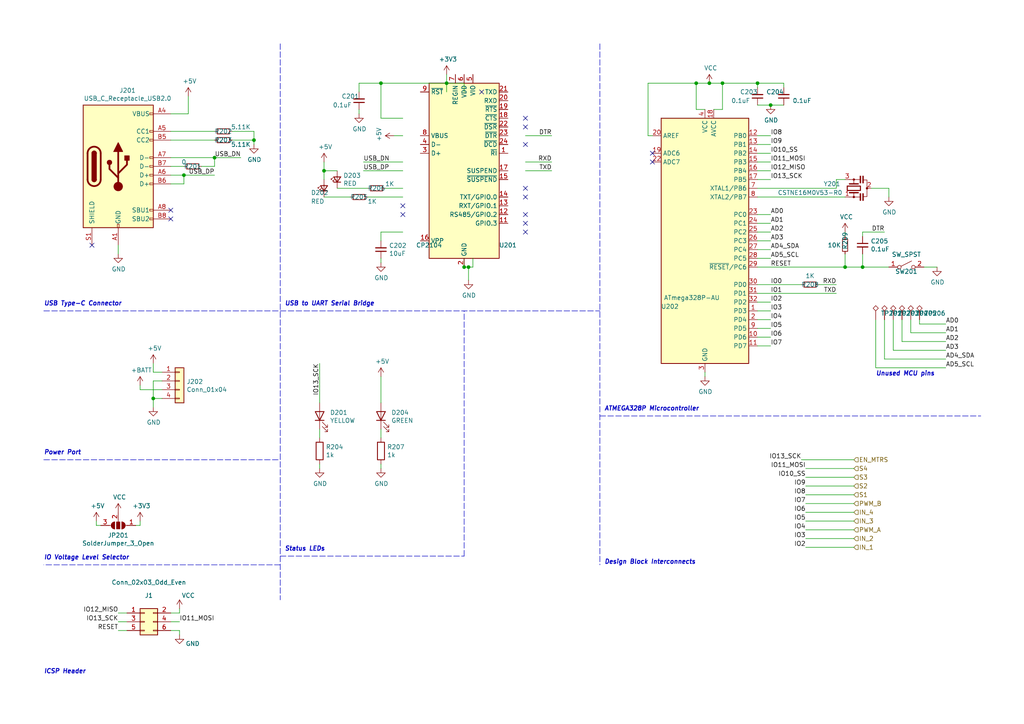
<source format=kicad_sch>
(kicad_sch (version 20211123) (generator eeschema)
  (paper "A4")
  (title_block (title "Microcontroller Board") (rev "0.1"))
  (lib_symbols
    (symbol "Connector:TestPoint_Alt" (pin_numbers hide) (pin_names (offset 0.762) hide)
      (property "Reference" "TP" (at 0 6.858 0))
      (property "Value" "TestPoint_Alt" (at 0 5.08 0))
      (symbol "TestPoint_Alt_0_1"
        (polyline (pts (xy 0 2.54) (xy -0.762 3.302) (xy 0 4.064) (xy 0.762 3.302) (xy 0 2.54)))
      )
      (symbol "TestPoint_Alt_1_1"
        (pin passive line (at 0 0 90) (length 2.54) (name "1") (number "1"))
      )
    )
    (symbol "Connector:USB_C_Receptacle_USB2.0" (pin_names (offset 1.016))
      (property "Reference" "J" (at -10.16 19.05 0))
      (property "Value" "USB_C_Receptacle_USB2.0" (at 19.05 19.05 0))
      (symbol "USB_C_Receptacle_USB2.0_0_0"
        (rectangle (start -0.254 -17.78) (end 0.254 -16.764))
        (rectangle (start 10.16 -14.986) (end 9.144 -15.494))
        (rectangle (start 10.16 -12.446) (end 9.144 -12.954))
        (rectangle (start 10.16 -4.826) (end 9.144 -5.334))
        (rectangle (start 10.16 -2.286) (end 9.144 -2.794))
        (rectangle (start 10.16 0.254) (end 9.144 -0.254))
        (rectangle (start 10.16 2.794) (end 9.144 2.286))
        (rectangle (start 10.16 7.874) (end 9.144 7.366))
        (rectangle (start 10.16 10.414) (end 9.144 9.906))
        (rectangle (start 10.16 15.494) (end 9.144 14.986))
      )
      (symbol "USB_C_Receptacle_USB2.0_0_1"
        (rectangle (start -10.16 17.78) (end 10.16 -17.78) (stroke (width 0.254)) (fill (type background)))
        (arc (start -8.89 -3.81) (mid -6.985 -5.715) (end -5.08 -3.81) (stroke (width 0.508)))
        (arc (start -7.62 -3.81) (mid -6.985 -4.445) (end -6.35 -3.81) (stroke (width 0.254)))
        (arc (start -7.62 -3.81) (mid -6.985 -4.445) (end -6.35 -3.81) (stroke (width 0.254)) (fill (type outline)))
        (rectangle (start -7.62 -3.81) (end -6.35 3.81) (stroke (width 0.254)) (fill (type outline)))
        (arc (start -6.35 3.81) (mid -6.985 4.445) (end -7.62 3.81) (stroke (width 0.254)))
        (arc (start -6.35 3.81) (mid -6.985 4.445) (end -7.62 3.81) (stroke (width 0.254)) (fill (type outline)))
        (arc (start -5.08 3.81) (mid -6.985 5.715) (end -8.89 3.81) (stroke (width 0.508)))
        (circle (center -2.54 1.143) (radius 0.635) (stroke (width 0.254)) (fill (type outline)))
        (circle (center 0 -5.842) (radius 1.27) (fill (type outline)))
        (polyline (pts (xy -8.89 -3.81) (xy -8.89 3.81)) (stroke (width 0.508)))
        (polyline (pts (xy -5.08 3.81) (xy -5.08 -3.81)) (stroke (width 0.508)))
        (polyline (pts (xy 0 -5.842) (xy 0 4.318)) (stroke (width 0.508)))
        (polyline (pts (xy 0 -3.302) (xy -2.54 -0.762) (xy -2.54 0.508)) (stroke (width 0.508)))
        (polyline (pts (xy 0 -2.032) (xy 2.54 0.508) (xy 2.54 1.778)) (stroke (width 0.508)))
        (polyline (pts (xy -1.27 4.318) (xy 0 6.858) (xy 1.27 4.318) (xy -1.27 4.318)) (stroke (width 0.254)) (fill (type outline)))
        (rectangle (start 1.905 1.778) (end 3.175 3.048) (stroke (width 0.254)) (fill (type outline)))
      )
      (symbol "USB_C_Receptacle_USB2.0_1_1"
        (pin passive line (at 0 -22.86 90) (length 5.08) (name "GND") (number "A1"))
        (pin passive line (at 0 -22.86 90) (length 5.08) hide (name "GND") (number "A12"))
        (pin passive line (at 15.24 15.24 180) (length 5.08) (name "VBUS") (number "A4"))
        (pin bidirectional line (at 15.24 10.16 180) (length 5.08) (name "CC1") (number "A5"))
        (pin bidirectional line (at 15.24 -2.54 180) (length 5.08) (name "D+") (number "A6"))
        (pin bidirectional line (at 15.24 2.54 180) (length 5.08) (name "D-") (number "A7"))
        (pin bidirectional line (at 15.24 -12.7 180) (length 5.08) (name "SBU1") (number "A8"))
        (pin passive line (at 15.24 15.24 180) (length 5.08) hide (name "VBUS") (number "A9"))
        (pin passive line (at 0 -22.86 90) (length 5.08) hide (name "GND") (number "B1"))
        (pin passive line (at 0 -22.86 90) (length 5.08) hide (name "GND") (number "B12"))
        (pin passive line (at 15.24 15.24 180) (length 5.08) hide (name "VBUS") (number "B4"))
        (pin bidirectional line (at 15.24 7.62 180) (length 5.08) (name "CC2") (number "B5"))
        (pin bidirectional line (at 15.24 -5.08 180) (length 5.08) (name "D+") (number "B6"))
        (pin bidirectional line (at 15.24 0 180) (length 5.08) (name "D-") (number "B7"))
        (pin bidirectional line (at 15.24 -15.24 180) (length 5.08) (name "SBU2") (number "B8"))
        (pin passive line (at 15.24 15.24 180) (length 5.08) hide (name "VBUS") (number "B9"))
        (pin passive line (at -7.62 -22.86 90) (length 5.08) (name "SHIELD") (number "S1"))
      )
    )
    (symbol "Connector_Generic:Conn_01x04" (pin_names (offset 1.016) hide)
      (property "Reference" "J" (at 0 5.08 0))
      (property "Value" "Conn_01x04" (at 0 -7.62 0))
      (symbol "Conn_01x04_1_1"
        (rectangle (start -1.27 -4.953) (end 0 -5.207) (stroke (width 0.1524)))
        (rectangle (start -1.27 -2.413) (end 0 -2.667) (stroke (width 0.1524)))
        (rectangle (start -1.27 0.127) (end 0 -0.127) (stroke (width 0.1524)))
        (rectangle (start -1.27 2.667) (end 0 2.413) (stroke (width 0.1524)))
        (rectangle (start -1.27 3.81) (end 1.27 -6.35) (stroke (width 0.254)) (fill (type background)))
        (pin passive line (at -5.08 2.54 0) (length 3.81) (name "Pin_1") (number "1"))
        (pin passive line (at -5.08 0 0) (length 3.81) (name "Pin_2") (number "2"))
        (pin passive line (at -5.08 -2.54 0) (length 3.81) (name "Pin_3") (number "3"))
        (pin passive line (at -5.08 -5.08 0) (length 3.81) (name "Pin_4") (number "4"))
      )
    )
    (symbol "Connector_Generic:Conn_02x03_Odd_Even" (pin_names (offset 1.016) hide)
      (property "Reference" "J" (at 1.27 5.08 0))
      (property "Value" "Conn_02x03_Odd_Even" (at 1.27 -5.08 0))
      (symbol "Conn_02x03_Odd_Even_1_1"
        (rectangle (start -1.27 -2.413) (end 0 -2.667) (stroke (width 0.1524)))
        (rectangle (start -1.27 0.127) (end 0 -0.127) (stroke (width 0.1524)))
        (rectangle (start -1.27 2.667) (end 0 2.413) (stroke (width 0.1524)))
        (rectangle (start -1.27 3.81) (end 3.81 -3.81) (stroke (width 0.254)) (fill (type background)))
        (rectangle (start 3.81 -2.413) (end 2.54 -2.667) (stroke (width 0.1524)))
        (rectangle (start 3.81 0.127) (end 2.54 -0.127) (stroke (width 0.1524)))
        (rectangle (start 3.81 2.667) (end 2.54 2.413) (stroke (width 0.1524)))
        (pin passive line (at -5.08 2.54 0) (length 3.81) (name "Pin_1") (number "1"))
        (pin passive line (at 7.62 2.54 180) (length 3.81) (name "Pin_2") (number "2"))
        (pin passive line (at -5.08 0 0) (length 3.81) (name "Pin_3") (number "3"))
        (pin passive line (at 7.62 0 180) (length 3.81) (name "Pin_4") (number "4"))
        (pin passive line (at -5.08 -2.54 0) (length 3.81) (name "Pin_5") (number "5"))
        (pin passive line (at 7.62 -2.54 180) (length 3.81) (name "Pin_6") (number "6"))
      )
    )
    (symbol "Device:C_Small" (pin_numbers hide) (pin_names (offset 0.254) hide)
      (property "Reference" "C" (at 0.254 1.778 0))
      (property "Value" "C_Small" (at 0.254 -2.032 0))
      (symbol "C_Small_0_1"
        (polyline (pts (xy -1.524 -0.508) (xy 1.524 -0.508)) (stroke (width 0.3302)))
        (polyline (pts (xy -1.524 0.508) (xy 1.524 0.508)) (stroke (width 0.3048)))
      )
      (symbol "C_Small_1_1"
        (pin passive line (at 0 2.54 270) (length 2.032) (name "~") (number "1"))
        (pin passive line (at 0 -2.54 90) (length 2.032) (name "~") (number "2"))
      )
    )
    (symbol "Device:LED" (pin_numbers hide) (pin_names (offset 1.016) hide)
      (property "Reference" "D" (at 0 2.54 0))
      (property "Value" "LED" (at 0 -2.54 0))
      (symbol "LED_0_1"
        (polyline (pts (xy -1.27 -1.27) (xy -1.27 1.27)) (stroke (width 0.254)))
        (polyline (pts (xy -1.27 0) (xy 1.27 0)))
        (polyline (pts (xy 1.27 -1.27) (xy 1.27 1.27) (xy -1.27 0) (xy 1.27 -1.27)) (stroke (width 0.254)))
        (polyline (pts (xy -3.048 -0.762) (xy -4.572 -2.286) (xy -3.81 -2.286) (xy -4.572 -2.286) (xy -4.572 -1.524)))
        (polyline (pts (xy -1.778 -0.762) (xy -3.302 -2.286) (xy -2.54 -2.286) (xy -3.302 -2.286) (xy -3.302 -1.524)))
      )
      (symbol "LED_1_1"
        (pin passive line (at -3.81 0 0) (length 2.54) (name "K") (number "1"))
        (pin passive line (at 3.81 0 180) (length 2.54) (name "A") (number "2"))
      )
    )
    (symbol "Device:LED_Small" (pin_numbers hide) (pin_names (offset 0.254) hide)
      (property "Reference" "D" (at -1.27 3.175 0))
      (property "Value" "LED_Small" (at -4.445 -2.54 0))
      (symbol "LED_Small_0_1"
        (polyline (pts (xy -0.762 -1.016) (xy -0.762 1.016)) (stroke (width 0.254)))
        (polyline (pts (xy 1.016 0) (xy -0.762 0)))
        (polyline (pts (xy 0.762 -1.016) (xy -0.762 0) (xy 0.762 1.016) (xy 0.762 -1.016)) (stroke (width 0.254)))
        (polyline (pts (xy 0 0.762) (xy -0.508 1.27) (xy -0.254 1.27) (xy -0.508 1.27) (xy -0.508 1.016)))
        (polyline (pts (xy 0.508 1.27) (xy 0 1.778) (xy 0.254 1.778) (xy 0 1.778) (xy 0 1.524)))
      )
      (symbol "LED_Small_1_1"
        (pin passive line (at -2.54 0 0) (length 1.778) (name "K") (number "1"))
        (pin passive line (at 2.54 0 180) (length 1.778) (name "A") (number "2"))
      )
    )
    (symbol "Device:R" (pin_numbers hide) (pin_names (offset 0))
      (property "Reference" "R" (at 2.032 0 90))
      (property "Value" "R" (at 0 0 90))
      (symbol "R_0_1"
        (rectangle (start -1.016 -2.54) (end 1.016 2.54) (stroke (width 0.254)))
      )
      (symbol "R_1_1"
        (pin passive line (at 0 3.81 270) (length 1.27) (name "~") (number "1"))
        (pin passive line (at 0 -3.81 90) (length 1.27) (name "~") (number "2"))
      )
    )
    (symbol "Device:R_Small" (pin_numbers hide) (pin_names (offset 0.254) hide)
      (property "Reference" "R" (at 0.762 0.508 0))
      (property "Value" "R_Small" (at 0.762 -1.016 0))
      (symbol "R_Small_0_1"
        (rectangle (start -0.762 1.778) (end 0.762 -1.778) (stroke (width 0.2032)))
      )
      (symbol "R_Small_1_1"
        (pin passive line (at 0 2.54 270) (length 0.762) (name "~") (number "1"))
        (pin passive line (at 0 -2.54 90) (length 0.762) (name "~") (number "2"))
      )
    )
    (symbol "Device:Resonator_Small" (pin_names (offset 1.016) hide)
      (property "Reference" "Y" (at 3.175 1.905 0))
      (property "Value" "Resonator_Small" (at 3.175 0 0))
      (symbol "Resonator_Small_0_1"
        (rectangle (start -3.556 -2.54) (end -1.524 -2.794) (fill (type outline)))
        (rectangle (start -3.556 -1.778) (end -1.524 -2.032) (fill (type outline)))
        (circle (center -2.54 0) (radius 0.254) (fill (type outline)))
        (rectangle (start -0.635 1.905) (end 0.635 -1.905) (stroke (width 0.3048)))
        (circle (center 0 -3.81) (radius 0.254) (fill (type outline)))
        (polyline (pts (xy -2.54 -1.778) (xy -2.54 0)))
        (polyline (pts (xy -2.54 0) (xy -1.397 0)))
        (polyline (pts (xy -2.54 1.27) (xy -2.54 0)))
        (polyline (pts (xy -1.27 -1.27) (xy -1.27 1.27)) (stroke (width 0.381)))
        (polyline (pts (xy 1.27 -1.27) (xy 1.27 1.27)) (stroke (width 0.381)))
        (polyline (pts (xy 1.27 0) (xy 2.54 0)))
        (polyline (pts (xy 2.54 0) (xy 2.54 -1.778)))
        (polyline (pts (xy 2.54 1.27) (xy 2.54 0)))
        (polyline (pts (xy 2.413 -2.794) (xy 2.413 -3.81) (xy -2.413 -3.81) (xy -2.413 -2.667)))
        (rectangle (start 1.524 -2.54) (end 3.556 -2.794) (fill (type outline)))
        (rectangle (start 1.524 -1.778) (end 3.556 -2.032) (fill (type outline)))
        (circle (center 2.54 0) (radius 0.254) (fill (type outline)))
      )
      (symbol "Resonator_Small_1_1"
        (pin passive line (at -2.54 2.54 270) (length 1.27) (name "1") (number "1"))
        (pin passive line (at 0 -5.08 90) (length 1.27) (name "2") (number "2"))
        (pin passive line (at 2.54 2.54 270) (length 1.27) (name "3") (number "3"))
      )
    )
    (symbol "Interface_USB:CP2104"
      (property "Reference" "U" (at -5.08 28.575 0))
      (property "Value" "CP2104" (at -5.08 26.67 0))
      (symbol "CP2104_1_1"
        (rectangle (start -10.16 25.4) (end 10.16 -25.4) (stroke (width 0.254)) (fill (type background)))
        (pin input line (at 12.7 5.08 180) (length 2.54) (name "~{RI}") (number "1"))
        (pin no_connect line (at 10.16 -20.32 180) (length 2.54) hide (name "NC") (number "10"))
        (pin bidirectional line (at 12.7 -15.24 180) (length 2.54) (name "GPIO.3") (number "11"))
        (pin bidirectional line (at 12.7 -12.7 180) (length 2.54) (name "RS485/GPIO.2") (number "12"))
        (pin bidirectional line (at 12.7 -10.16 180) (length 2.54) (name "RXT/GPIO.1") (number "13"))
        (pin bidirectional line (at 12.7 -7.62 180) (length 2.54) (name "TXT/GPIO.0") (number "14"))
        (pin output line (at 12.7 -2.54 180) (length 2.54) (name "~{SUSPEND}") (number "15"))
        (pin passive line (at -12.7 -20.32 0) (length 2.54) (name "VPP") (number "16"))
        (pin output line (at 12.7 0 180) (length 2.54) (name "SUSPEND") (number "17"))
        (pin input line (at 12.7 15.24 180) (length 2.54) (name "~{CTS}") (number "18"))
        (pin output line (at 12.7 17.78 180) (length 2.54) (name "~{RTS}") (number "19"))
        (pin power_in line (at 0 -27.94 90) (length 2.54) (name "GND") (number "2"))
        (pin input line (at 12.7 20.32 180) (length 2.54) (name "RXD") (number "20"))
        (pin output line (at 12.7 22.86 180) (length 2.54) (name "TXD") (number "21"))
        (pin input line (at 12.7 12.7 180) (length 2.54) (name "~{DSR}") (number "22"))
        (pin output line (at 12.7 10.16 180) (length 2.54) (name "~{DTR}") (number "23"))
        (pin input line (at 12.7 7.62 180) (length 2.54) (name "~{DCD}") (number "24"))
        (pin passive line (at 0 -27.94 90) (length 2.54) hide (name "GND") (number "25"))
        (pin bidirectional line (at -12.7 5.08 0) (length 2.54) (name "D+") (number "3"))
        (pin bidirectional line (at -12.7 7.62 0) (length 2.54) (name "D-") (number "4"))
        (pin power_in line (at 2.54 27.94 270) (length 2.54) (name "VIO") (number "5"))
        (pin power_in line (at 0 27.94 270) (length 2.54) (name "VDD") (number "6"))
        (pin power_in line (at -2.54 27.94 270) (length 2.54) (name "REGIN") (number "7"))
        (pin input line (at -12.7 10.16 0) (length 2.54) (name "VBUS") (number "8"))
        (pin bidirectional line (at -12.7 22.86 0) (length 2.54) (name "~{RST}") (number "9"))
      )
    )
    (symbol "Jumper:SolderJumper_3_Open" (pin_names (offset 0) hide)
      (property "Reference" "JP" (at -2.54 -2.54 0))
      (property "Value" "SolderJumper_3_Open" (at 0 2.794 0))
      (symbol "SolderJumper_3_Open_0_1"
        (arc (start -1.016 1.016) (mid -2.032 0) (end -1.016 -1.016))
        (arc (start -1.016 1.016) (mid -2.032 0) (end -1.016 -1.016) (fill (type outline)))
        (rectangle (start -0.508 1.016) (end 0.508 -1.016) (fill (type outline)))
        (polyline (pts (xy -2.54 0) (xy -2.032 0)))
        (polyline (pts (xy -1.016 1.016) (xy -1.016 -1.016)))
        (polyline (pts (xy 0 -1.27) (xy 0 -1.016)))
        (polyline (pts (xy 1.016 1.016) (xy 1.016 -1.016)))
        (polyline (pts (xy 2.54 0) (xy 2.032 0)))
        (arc (start 1.016 -1.016) (mid 2.032 0) (end 1.016 1.016))
        (arc (start 1.016 -1.016) (mid 2.032 0) (end 1.016 1.016) (fill (type outline)))
      )
      (symbol "SolderJumper_3_Open_1_1"
        (pin passive line (at -5.08 0 0) (length 2.54) (name "A") (number "1"))
        (pin input line (at 0 -3.81 90) (length 2.54) (name "C") (number "2"))
        (pin passive line (at 5.08 0 180) (length 2.54) (name "B") (number "3"))
      )
    )
    (symbol "MCU_Microchip_ATmega:ATmega328P-AU"
      (property "Reference" "U" (at -12.7 36.83 0))
      (property "Value" "MCU_Microchip_ATmega_ATmega328P-AU" (at 2.54 -36.83 0))
      (symbol "ATmega328P-AU_0_1"
        (rectangle (start -12.7 -35.56) (end 12.7 35.56) (stroke (width 0.254)) (fill (type background)))
      )
      (symbol "ATmega328P-AU_1_1"
        (pin bidirectional line (at 15.24 -20.32 180) (length 2.54) (name "PD3") (number "1"))
        (pin bidirectional line (at 15.24 -27.94 180) (length 2.54) (name "PD6") (number "10"))
        (pin bidirectional line (at 15.24 -30.48 180) (length 2.54) (name "PD7") (number "11"))
        (pin bidirectional line (at 15.24 30.48 180) (length 2.54) (name "PB0") (number "12"))
        (pin bidirectional line (at 15.24 27.94 180) (length 2.54) (name "PB1") (number "13"))
        (pin bidirectional line (at 15.24 25.4 180) (length 2.54) (name "PB2") (number "14"))
        (pin bidirectional line (at 15.24 22.86 180) (length 2.54) (name "PB3") (number "15"))
        (pin bidirectional line (at 15.24 20.32 180) (length 2.54) (name "PB4") (number "16"))
        (pin bidirectional line (at 15.24 17.78 180) (length 2.54) (name "PB5") (number "17"))
        (pin power_in line (at 2.54 38.1 270) (length 2.54) (name "AVCC") (number "18"))
        (pin input line (at -15.24 25.4 0) (length 2.54) (name "ADC6") (number "19"))
        (pin bidirectional line (at 15.24 -22.86 180) (length 2.54) (name "PD4") (number "2"))
        (pin passive line (at -15.24 30.48 0) (length 2.54) (name "AREF") (number "20"))
        (pin passive line (at 0 -38.1 90) (length 2.54) hide (name "GND") (number "21"))
        (pin input line (at -15.24 22.86 0) (length 2.54) (name "ADC7") (number "22"))
        (pin bidirectional line (at 15.24 7.62 180) (length 2.54) (name "PC0") (number "23"))
        (pin bidirectional line (at 15.24 5.08 180) (length 2.54) (name "PC1") (number "24"))
        (pin bidirectional line (at 15.24 2.54 180) (length 2.54) (name "PC2") (number "25"))
        (pin bidirectional line (at 15.24 0 180) (length 2.54) (name "PC3") (number "26"))
        (pin bidirectional line (at 15.24 -2.54 180) (length 2.54) (name "PC4") (number "27"))
        (pin bidirectional line (at 15.24 -5.08 180) (length 2.54) (name "PC5") (number "28"))
        (pin bidirectional line (at 15.24 -7.62 180) (length 2.54) (name "~{RESET}/PC6") (number "29"))
        (pin power_in line (at 0 -38.1 90) (length 2.54) (name "GND") (number "3"))
        (pin bidirectional line (at 15.24 -12.7 180) (length 2.54) (name "PD0") (number "30"))
        (pin bidirectional line (at 15.24 -15.24 180) (length 2.54) (name "PD1") (number "31"))
        (pin bidirectional line (at 15.24 -17.78 180) (length 2.54) (name "PD2") (number "32"))
        (pin power_in line (at 0 38.1 270) (length 2.54) (name "VCC") (number "4"))
        (pin passive line (at 0 -38.1 90) (length 2.54) hide (name "GND") (number "5"))
        (pin passive line (at 0 38.1 270) (length 2.54) hide (name "VCC") (number "6"))
        (pin bidirectional line (at 15.24 15.24 180) (length 2.54) (name "XTAL1/PB6") (number "7"))
        (pin bidirectional line (at 15.24 12.7 180) (length 2.54) (name "XTAL2/PB7") (number "8"))
        (pin bidirectional line (at 15.24 -25.4 180) (length 2.54) (name "PD5") (number "9"))
      )
    )
    (symbol "Switch:SW_SPST" (pin_names (offset 0) hide)
      (property "Reference" "SW" (at 0 3.175 0))
      (property "Value" "SW_SPST" (at 0 -2.54 0))
      (symbol "SW_SPST_0_0"
        (circle (center -2.032 0) (radius 0.508))
        (polyline (pts (xy -1.524 0.254) (xy 1.524 1.778)))
        (circle (center 2.032 0) (radius 0.508))
      )
      (symbol "SW_SPST_1_1"
        (pin passive line (at -5.08 0 0) (length 2.54) (name "A") (number "1"))
        (pin passive line (at 5.08 0 180) (length 2.54) (name "B") (number "2"))
      )
    )
    (symbol "power:+3.3V" (power) (pin_names (offset 0))
      (property "Value" "+3.3V" (at 0 3.556 0))
      (symbol "+3.3V_0_1"
        (polyline (pts (xy -0.762 1.27) (xy 0 2.54)))
        (polyline (pts (xy 0 0) (xy 0 2.54)))
        (polyline (pts (xy 0 2.54) (xy 0.762 1.27)))
      )
      (symbol "+3.3V_1_1"
        (pin power_in line (at 0 0 90) (length 0) hide (name "+3V3") (number "1"))
      )
    )
    (symbol "power:+5V" (power) (pin_names (offset 0))
      (property "Value" "+5V" (at 0 3.556 0))
      (symbol "+5V_0_1"
        (polyline (pts (xy -0.762 1.27) (xy 0 2.54)))
        (polyline (pts (xy 0 0) (xy 0 2.54)))
        (polyline (pts (xy 0 2.54) (xy 0.762 1.27)))
      )
      (symbol "+5V_1_1"
        (pin power_in line (at 0 0 90) (length 0) hide (name "+5V") (number "1"))
      )
    )
    (symbol "power:+BATT" (power) (pin_names (offset 0))
      (property "Value" "+BATT" (at 0 3.556 0))
      (symbol "+BATT_0_1"
        (polyline (pts (xy -0.762 1.27) (xy 0 2.54)))
        (polyline (pts (xy 0 0) (xy 0 2.54)))
        (polyline (pts (xy 0 2.54) (xy 0.762 1.27)))
      )
      (symbol "+BATT_1_1"
        (pin power_in line (at 0 0 90) (length 0) hide (name "+BATT") (number "1"))
      )
    )
    (symbol "power:GND" (power) (pin_names (offset 0))
      (property "Value" "GND" (at 0 -3.81 0))
      (symbol "GND_0_1"
        (polyline (pts (xy 0 0) (xy 0 -1.27) (xy 1.27 -1.27) (xy 0 -2.54) (xy -1.27 -1.27) (xy 0 -1.27)))
      )
      (symbol "GND_1_1"
        (pin power_in line (at 0 0 270) (length 0) hide (name "GND") (number "1"))
      )
    )
    (symbol "power:VCC" (power) (pin_names (offset 0))
      (property "Value" "VCC" (at 0 3.81 0))
      (symbol "VCC_0_1"
        (polyline (pts (xy -0.762 1.27) (xy 0 2.54)))
        (polyline (pts (xy 0 0) (xy 0 2.54)))
        (polyline (pts (xy 0 2.54) (xy 0.762 1.27)))
      )
      (symbol "VCC_1_1"
        (pin power_in line (at 0 0 90) (length 0) hide (name "VCC") (number "1"))
      )
    )
  )
  (junction (at 201.93 24.13))
  (junction (at 129.54 24.13))
  (junction (at 250.19 77.47))
  (junction (at 53.34 50.8))
  (junction (at 110.49 24.13))
  (junction (at 134.62 77.47))
  (junction (at 219.71 24.13))
  (junction (at 209.55 24.13))
  (junction (at 205.74 24.13))
  (junction (at 223.52 30.48))
  (junction (at 44.45 115.57))
  (junction (at 73.66 40.64))
  (junction (at 135.89 77.47))
  (junction (at 245.11 77.47))
  (junction (at 62.23 45.72))
  (junction (at 93.98 49.53))
  (no_connect (at 189.23 46.99))
  (no_connect (at 152.4 67.31))
  (no_connect (at 116.84 62.23))
  (no_connect (at 49.53 63.5))
  (no_connect (at 152.4 54.61))
  (no_connect (at 116.84 59.69))
  (no_connect (at 189.23 44.45))
  (no_connect (at 152.4 64.77))
  (no_connect (at 152.4 36.83))
  (no_connect (at 152.4 62.23))
  (no_connect (at 152.4 57.15))
  (no_connect (at 152.4 41.91))
  (no_connect (at 49.53 60.96))
  (no_connect (at 152.4 34.29))
  (no_connect (at 26.67 71.12))
  (no_connect (at 139.7 26.67))
  (polyline (pts (xy 81.28 12.7) (xy 81.28 173.99)))
  (wire (pts (xy 219.71 97.79) (xy 223.52 97.79)))
  (wire (pts (xy 104.14 33.02) (xy 104.14 31.75)))
  (wire (pts (xy 205.74 24.13) (xy 209.55 24.13)))
  (polyline (pts (xy 134.62 161.29) (xy 134.62 90.17)))
  (wire (pts (xy 49.53 40.64) (xy 62.23 40.64)))
  (wire (pts (xy 152.4 46.99) (xy 160.02 46.99)))
  (wire (pts (xy 219.71 90.17) (xy 223.52 90.17)))
  (wire (pts (xy 247.65 140.97) (xy 233.68 140.97)))
  (wire (pts (xy 219.71 74.93) (xy 223.52 74.93)))
  (wire (pts (xy 49.53 182.88) (xy 52.07 182.88)))
  (wire (pts (xy 219.71 72.39) (xy 223.52 72.39)))
  (wire (pts (xy 137.16 77.47) (xy 137.16 74.93)))
  (wire (pts (xy 40.64 113.03) (xy 46.99 113.03)))
  (wire (pts (xy 93.98 49.53) (xy 93.98 46.99)))
  (wire (pts (xy 247.65 143.51) (xy 233.68 143.51)))
  (wire (pts (xy 266.7 92.71) (xy 266.7 93.98)))
  (wire (pts (xy 219.71 46.99) (xy 223.52 46.99)))
  (wire (pts (xy 219.71 39.37) (xy 223.52 39.37)))
  (wire (pts (xy 49.53 177.8) (xy 52.07 177.8)))
  (wire (pts (xy 187.96 39.37) (xy 187.96 24.13)))
  (wire (pts (xy 201.93 24.13) (xy 201.93 31.75)))
  (wire (pts (xy 261.62 99.06) (xy 274.32 99.06)))
  (wire (pts (xy 135.89 81.28) (xy 135.89 77.47)))
  (wire (pts (xy 250.19 67.31) (xy 256.54 67.31)))
  (wire (pts (xy 250.19 68.58) (xy 250.19 67.31)))
  (wire (pts (xy 223.52 30.48) (xy 219.71 30.48)))
  (wire (pts (xy 110.49 134.62) (xy 110.49 135.89)))
  (wire (pts (xy 134.62 24.13) (xy 129.54 24.13)))
  (wire (pts (xy 264.16 96.52) (xy 274.32 96.52)))
  (wire (pts (xy 34.29 71.12) (xy 34.29 73.66)))
  (wire (pts (xy 44.45 107.95) (xy 46.99 107.95)))
  (wire (pts (xy 247.65 153.67) (xy 233.68 153.67)))
  (wire (pts (xy 247.65 138.43) (xy 233.68 138.43)))
  (wire (pts (xy 219.71 62.23) (xy 223.52 62.23)))
  (wire (pts (xy 219.71 25.4) (xy 219.71 24.13)))
  (wire (pts (xy 49.53 50.8) (xy 53.34 50.8)))
  (wire (pts (xy 49.53 45.72) (xy 62.23 45.72)))
  (wire (pts (xy 201.93 24.13) (xy 205.74 24.13)))
  (wire (pts (xy 134.62 26.67) (xy 134.62 24.13)))
  (wire (pts (xy 110.49 67.31) (xy 116.84 67.31)))
  (wire (pts (xy 256.54 92.71) (xy 256.54 104.14)))
  (wire (pts (xy 34.29 182.88) (xy 36.83 182.88)))
  (wire (pts (xy 252.73 54.61) (xy 257.81 54.61)))
  (wire (pts (xy 40.64 111.76) (xy 40.64 113.03)))
  (wire (pts (xy 219.71 41.91) (xy 223.52 41.91)))
  (wire (pts (xy 34.29 177.8) (xy 36.83 177.8)))
  (wire (pts (xy 259.08 101.6) (xy 259.08 92.71)))
  (wire (pts (xy 53.34 50.8) (xy 53.34 53.34)))
  (wire (pts (xy 247.65 148.59) (xy 233.68 148.59)))
  (wire (pts (xy 40.64 152.4) (xy 40.64 151.13)))
  (wire (pts (xy 219.71 82.55) (xy 232.41 82.55)))
  (wire (pts (xy 201.93 31.75) (xy 204.47 31.75)))
  (wire (pts (xy 247.65 146.05) (xy 233.68 146.05)))
  (wire (pts (xy 256.54 104.14) (xy 274.32 104.14)))
  (wire (pts (xy 247.65 135.89) (xy 233.68 135.89)))
  (wire (pts (xy 54.61 33.02) (xy 54.61 27.94)))
  (wire (pts (xy 44.45 115.57) (xy 46.99 115.57)))
  (wire (pts (xy 46.99 110.49) (xy 44.45 110.49)))
  (wire (pts (xy 134.62 74.93) (xy 134.62 77.47)))
  (wire (pts (xy 219.71 67.31) (xy 223.52 67.31)))
  (wire (pts (xy 110.49 76.2) (xy 110.49 74.93)))
  (wire (pts (xy 152.4 39.37) (xy 160.02 39.37)))
  (polyline (pts (xy 173.99 120.65) (xy 284.48 120.65)))
  (wire (pts (xy 93.98 52.07) (xy 93.98 49.53)))
  (wire (pts (xy 227.33 30.48) (xy 223.52 30.48)))
  (wire (pts (xy 187.96 24.13) (xy 201.93 24.13)))
  (wire (pts (xy 219.71 49.53) (xy 223.52 49.53)))
  (wire (pts (xy 219.71 85.09) (xy 242.57 85.09)))
  (wire (pts (xy 219.71 57.15) (xy 245.11 57.15)))
  (polyline (pts (xy 12.7 133.35) (xy 81.28 133.35)))
  (wire (pts (xy 232.41 133.35) (xy 247.65 133.35)))
  (wire (pts (xy 245.11 73.66) (xy 245.11 77.47)))
  (wire (pts (xy 266.7 93.98) (xy 274.32 93.98)))
  (wire (pts (xy 53.34 53.34) (xy 49.53 53.34)))
  (wire (pts (xy 267.97 77.47) (xy 271.78 77.47)))
  (wire (pts (xy 110.49 124.46) (xy 110.49 127)))
  (wire (pts (xy 134.62 77.47) (xy 135.89 77.47)))
  (wire (pts (xy 67.31 40.64) (xy 73.66 40.64)))
  (wire (pts (xy 261.62 92.71) (xy 261.62 99.06)))
  (wire (pts (xy 114.3 39.37) (xy 116.84 39.37)))
  (polyline (pts (xy 81.28 161.29) (xy 134.62 161.29)))
  (wire (pts (xy 62.23 50.8) (xy 53.34 50.8)))
  (wire (pts (xy 110.49 109.22) (xy 110.49 116.84)))
  (polyline (pts (xy 81.28 163.83) (xy 12.7 163.83)))
  (wire (pts (xy 254 106.68) (xy 254 92.71)))
  (wire (pts (xy 97.79 49.53) (xy 93.98 49.53)))
  (wire (pts (xy 219.71 87.63) (xy 223.52 87.63)))
  (wire (pts (xy 135.89 77.47) (xy 137.16 77.47)))
  (wire (pts (xy 204.47 107.95) (xy 204.47 109.22)))
  (wire (pts (xy 116.84 46.99) (xy 105.41 46.99)))
  (wire (pts (xy 129.54 21.59) (xy 129.54 24.13)))
  (wire (pts (xy 245.11 77.47) (xy 250.19 77.47)))
  (wire (pts (xy 257.81 54.61) (xy 257.81 57.15)))
  (wire (pts (xy 189.23 39.37) (xy 187.96 39.37)))
  (wire (pts (xy 247.65 158.75) (xy 233.68 158.75)))
  (wire (pts (xy 242.57 52.07) (xy 245.11 52.07)))
  (wire (pts (xy 62.23 48.26) (xy 62.23 45.72)))
  (wire (pts (xy 73.66 38.1) (xy 67.31 38.1)))
  (wire (pts (xy 104.14 24.13) (xy 104.14 26.67)))
  (wire (pts (xy 219.71 44.45) (xy 223.52 44.45)))
  (wire (pts (xy 242.57 54.61) (xy 242.57 52.07)))
  (wire (pts (xy 52.07 182.88) (xy 52.07 184.15)))
  (wire (pts (xy 219.71 92.71) (xy 223.52 92.71)))
  (wire (pts (xy 207.01 31.75) (xy 209.55 31.75)))
  (polyline (pts (xy 12.7 90.17) (xy 173.99 90.17)))
  (wire (pts (xy 209.55 24.13) (xy 219.71 24.13)))
  (wire (pts (xy 254 106.68) (xy 274.32 106.68)))
  (wire (pts (xy 152.4 49.53) (xy 160.02 49.53)))
  (wire (pts (xy 106.68 54.61) (xy 97.79 54.61)))
  (wire (pts (xy 247.65 151.13) (xy 233.68 151.13)))
  (wire (pts (xy 93.98 57.15) (xy 101.6 57.15)))
  (wire (pts (xy 116.84 49.53) (xy 105.41 49.53)))
  (wire (pts (xy 44.45 118.11) (xy 44.45 115.57)))
  (wire (pts (xy 53.34 48.26) (xy 49.53 48.26)))
  (wire (pts (xy 62.23 45.72) (xy 69.85 45.72)))
  (wire (pts (xy 58.42 48.26) (xy 62.23 48.26)))
  (wire (pts (xy 259.08 101.6) (xy 274.32 101.6)))
  (wire (pts (xy 250.19 77.47) (xy 257.81 77.47)))
  (wire (pts (xy 27.94 151.13) (xy 27.94 152.4)))
  (wire (pts (xy 219.71 52.07) (xy 223.52 52.07)))
  (wire (pts (xy 27.94 152.4) (xy 29.21 152.4)))
  (wire (pts (xy 219.71 64.77) (xy 223.52 64.77)))
  (wire (pts (xy 92.71 135.89) (xy 92.71 134.62)))
  (wire (pts (xy 110.49 67.31) (xy 110.49 69.85)))
  (wire (pts (xy 219.71 95.25) (xy 223.52 95.25)))
  (wire (pts (xy 49.53 38.1) (xy 62.23 38.1)))
  (wire (pts (xy 44.45 105.41) (xy 44.45 107.95)))
  (wire (pts (xy 92.71 105.41) (xy 92.71 116.84)))
  (wire (pts (xy 106.68 57.15) (xy 116.84 57.15)))
  (wire (pts (xy 104.14 24.13) (xy 110.49 24.13)))
  (wire (pts (xy 73.66 40.64) (xy 73.66 38.1)))
  (wire (pts (xy 44.45 110.49) (xy 44.45 115.57)))
  (wire (pts (xy 219.71 77.47) (xy 245.11 77.47)))
  (wire (pts (xy 247.65 156.21) (xy 233.68 156.21)))
  (wire (pts (xy 219.71 24.13) (xy 227.33 24.13)))
  (wire (pts (xy 39.37 152.4) (xy 40.64 152.4)))
  (wire (pts (xy 227.33 24.13) (xy 227.33 25.4)))
  (wire (pts (xy 219.71 100.33) (xy 223.52 100.33)))
  (wire (pts (xy 110.49 34.29) (xy 110.49 24.13)))
  (wire (pts (xy 219.71 54.61) (xy 242.57 54.61)))
  (wire (pts (xy 264.16 92.71) (xy 264.16 96.52)))
  (wire (pts (xy 209.55 24.13) (xy 209.55 31.75)))
  (wire (pts (xy 116.84 34.29) (xy 110.49 34.29)))
  (wire (pts (xy 92.71 127) (xy 92.71 124.46)))
  (wire (pts (xy 49.53 33.02) (xy 54.61 33.02)))
  (wire (pts (xy 245.11 67.31) (xy 245.11 68.58)))
  (wire (pts (xy 129.54 26.67) (xy 129.54 24.13)))
  (wire (pts (xy 116.84 54.61) (xy 111.76 54.61)))
  (wire (pts (xy 250.19 73.66) (xy 250.19 77.47)))
  (wire (pts (xy 219.71 69.85) (xy 223.52 69.85)))
  (wire (pts (xy 52.07 177.8) (xy 52.07 176.53)))
  (wire (pts (xy 237.49 82.55) (xy 242.57 82.55)))
  (wire (pts (xy 129.54 24.13) (xy 110.49 24.13)))
  (wire (pts (xy 73.66 41.91) (xy 73.66 40.64)))
  (wire (pts (xy 34.29 180.34) (xy 36.83 180.34)))
  (wire (pts (xy 52.07 180.34) (xy 49.53 180.34)))
  (polyline (pts (xy 173.99 12.7) (xy 173.99 163.83)))
  (text "Design Block Interconnects" (at 175.26 163.83 0) (effects (font (size 1.27 1.27) (thickness 0.254) bold italic) (justify left bottom)))
  (text "USB to UART Serial Bridge" (at 82.55 88.9 0) (effects (font (size 1.27 1.27) (thickness 0.254) bold italic) (justify left bottom)))
  (text "Status LEDs" (at 82.55 160.02 0) (effects (font (size 1.27 1.27) (thickness 0.254) bold italic) (justify left bottom)))
  (text "IO Voltage Level Selector" (at 12.7 162.56 0) (effects (font (size 1.27 1.27) (thickness 0.254) bold italic) (justify left bottom)))
  (text "USB Type-C Connector" (at 12.7 88.9 0) (effects (font (size 1.27 1.27) (thickness 0.254) bold italic) (justify left bottom)))
  (text "ATMEGA328P Microcontroller" (at 175.26 119.38 0) (effects (font (size 1.27 1.27) (thickness 0.254) bold italic) (justify left bottom)))
  (text "Unused MCU pins" (at 254 109.22 0) (effects (font (size 1.27 1.27) (thickness 0.254) bold italic) (justify left bottom)))
  (text "Power Port" (at 12.7 132.08 0) (effects (font (size 1.27 1.27) (thickness 0.254) bold italic) (justify left bottom)))
  (text "ICSP Header" (at 12.7 195.58 0) (effects (font (size 1.27 1.27) (thickness 0.254) bold italic) (justify left bottom)))
  (label "IO7" (at 223.52 100.33 0))
  (label "IO7" (at 233.68 146.05 180))
  (label "IO13_SCK" (at 34.29 180.34 180))
  (label "IO5" (at 223.52 95.25 0))
  (label "IO13_SCK" (at 92.71 105.41 270))
  (label "AD0" (at 223.52 62.23 0))
  (label "IO12_MISO" (at 223.52 49.53 0))
  (label "IO12_MISO" (at 34.29 177.8 180))
  (label "IO13_SCK" (at 232.41 133.35 180))
  (label "IO3" (at 233.68 156.21 180))
  (label "AD5_SCL" (at 223.52 74.93 0))
  (label "IO8" (at 233.68 143.51 180))
  (label "AD2" (at 274.32 99.06 0))
  (label "IO1" (at 223.52 85.09 0))
  (label "AD3" (at 223.52 69.85 0))
  (label "IO6" (at 233.68 148.59 180))
  (label "IO3" (at 223.52 90.17 0))
  (label "USB_DP" (at 62.23 50.8 180))
  (label "TXD" (at 242.57 85.09 180))
  (label "AD1" (at 223.52 64.77 0))
  (label "RXD" (at 160.02 46.99 180))
  (label "IO8" (at 223.52 39.37 0))
  (label "RXD" (at 242.57 82.55 180))
  (label "IO4" (at 223.52 92.71 0))
  (label "IO11_MOSI" (at 223.52 46.99 0))
  (label "IO13_SCK" (at 223.52 52.07 0))
  (label "USB_DN" (at 105.41 46.99 0))
  (label "AD2" (at 223.52 67.31 0))
  (label "AD1" (at 274.32 96.52 0))
  (label "USB_DP" (at 105.41 49.53 0))
  (label "IO6" (at 223.52 97.79 0))
  (label "AD5_SCL" (at 274.32 106.68 0))
  (label "AD4_SDA" (at 223.52 72.39 0))
  (label "IO2" (at 223.52 87.63 0))
  (label "IO10_SS" (at 223.52 44.45 0))
  (label "IO4" (at 233.68 153.67 180))
  (label "USB_DN" (at 69.85 45.72 180))
  (label "RESET" (at 34.29 182.88 180))
  (label "IO9" (at 223.52 41.91 0))
  (label "IO11_MOSI" (at 52.07 180.34 0))
  (label "AD0" (at 274.32 93.98 0))
  (label "AD4_SDA" (at 274.32 104.14 0))
  (label "DTR" (at 256.54 67.31 180))
  (label "IO5" (at 233.68 151.13 180))
  (label "IO11_MOSI" (at 233.68 135.89 180))
  (label "IO10_SS" (at 233.68 138.43 180))
  (label "DTR" (at 160.02 39.37 180))
  (label "RESET" (at 223.52 77.47 0))
  (label "IO9" (at 233.68 140.97 180))
  (label "TXD" (at 160.02 49.53 180))
  (label "IO0" (at 223.52 82.55 0))
  (label "AD3" (at 274.32 101.6 0))
  (label "IO2" (at 233.68 158.75 180))
  (hierarchical_label "PWM_A" (shape input) (at 247.65 153.67 0))
  (hierarchical_label "S1" (shape input) (at 247.65 143.51 0))
  (hierarchical_label "IN_4" (shape input) (at 247.65 148.59 0))
  (hierarchical_label "S3" (shape input) (at 247.65 138.43 0))
  (hierarchical_label "IN_1" (shape input) (at 247.65 158.75 0))
  (hierarchical_label "S2" (shape input) (at 247.65 140.97 0))
  (hierarchical_label "S4" (shape input) (at 247.65 135.89 0))
  (hierarchical_label "PWM_B" (shape input) (at 247.65 146.05 0))
  (hierarchical_label "IN_3" (shape input) (at 247.65 151.13 0))
  (hierarchical_label "EN_MTRS" (shape input) (at 247.65 133.35 0))
  (hierarchical_label "IN_2" (shape input) (at 247.65 156.21 0))
  (symbol (lib_id "MCU_Microchip_ATmega:ATmega328P-AU") (at 204.47 69.85 0) (unit 1)
    (property "Reference" "U202" (at 194.31 88.9 0))
    (property "Value" "ATmega328P-AU" (at 200.66 86.36 0))
    (property "Footprint" "Package_QFP:TQFP-32_7x7mm_P0.8mm" (effects hide))
    (property "Datasheet" "http://ww1.microchip.com/downloads/en/DeviceDoc/ATmega328_P%20AVR%20MCU%20with%20picoPower%20Technology%20Data%20Sheet%2040001984A.pdf" (effects hide))
    (property "LCSC Part #" "C14877" (effects hide))
    (property "LCSC" "C14877" (effects hide))
  )
  (symbol (lib_id "Connector:USB_C_Receptacle_USB2.0") (at 34.29 48.26 0) (unit 1)
    (property "Reference" "J201" (at 37.0078 26.2382 0))
    (property "Value" "USB_C_Receptacle_USB2.0" (at 37.0078 28.5496 0))
    (property "Footprint" "Connector_USB:USB_C_Receptacle_HRO_TYPE-C-31-M-12" (effects hide))
    (property "Datasheet" "https://www.usb.org/sites/default/files/documents/usb_type-c.zip" (effects hide))
    (property "LCSC Part #" "C165948" (effects hide))
    (property "LCSC" "C165948" (effects hide))
  )
  (symbol (lib_id "power:GND") (at 34.29 73.66 0) (unit 1)
    (property "Reference" "#PWR0202" (effects hide))
    (property "Value" "GND" (at 34.417 78.0542 0))
  )
  (symbol (lib_id "power:+5V") (at 54.61 27.94 0) (unit 1)
    (property "Reference" "#PWR0208" (effects hide))
    (property "Value" "+5V" (at 54.991 23.5458 0))
  )
  (symbol (lib_id "Device:R_Small") (at 64.77 40.64 270) (unit 1)
    (property "Reference" "R203" (at 64.77 40.64 90))
    (property "Value" "5.11K" (at 69.85 41.91 90))
    (property "Footprint" "Resistor_SMD:R_0603_1608Metric" (effects hide))
    (property "LCSC Part #" "C112314" (effects hide))
    (property "LCSC" "C112314" (effects hide))
  )
  (symbol (lib_id "Device:R_Small") (at 64.77 38.1 270) (unit 1)
    (property "Reference" "R202" (at 64.77 38.1 90))
    (property "Value" "5.11K" (at 69.85 36.83 90))
    (property "Footprint" "Resistor_SMD:R_0603_1608Metric" (effects hide))
    (property "LCSC Part #" "C112314" (effects hide))
    (property "LCSC" "C112314" (effects hide))
  )
  (symbol (lib_id "power:GND") (at 73.66 41.91 0) (unit 1)
    (property "Reference" "#PWR0209" (effects hide))
    (property "Value" "GND" (at 73.787 46.3042 0))
  )
  (symbol (lib_id "Interface_USB:CP2104") (at 134.62 49.53 0) (unit 1)
    (property "Reference" "U201" (at 147.32 71.12 0))
    (property "Value" "CP2104" (at 124.46 71.12 0))
    (property "Footprint" "Package_DFN_QFN:QFN-24-1EP_4x4mm_P0.5mm_EP2.6x2.6mm" (effects hide))
    (property "Datasheet" "https://www.silabs.com/documents/public/data-sheets/cp2104.pdf" (effects hide))
    (property "LCSC Part #" "C47742" (effects hide))
    (property "LCSC" "C47742" (effects hide))
  )
  (symbol (lib_id "power:+5V") (at 114.3 39.37 90) (unit 1)
    (property "Reference" "#PWR0216" (effects hide))
    (property "Value" "+5V" (at 109.9058 38.989 0))
  )
  (symbol (lib_id "power:GND") (at 135.89 81.28 0) (unit 1)
    (property "Reference" "#PWR0218" (effects hide))
    (property "Value" "GND" (at 136.017 85.6742 0))
  )
  (symbol (lib_id "power:GND") (at 110.49 76.2 0) (unit 1)
    (property "Reference" "#PWR0213" (effects hide))
    (property "Value" "GND" (at 110.617 80.5942 0))
  )
  (symbol (lib_id "Device:C_Small") (at 110.49 72.39 180) (unit 1)
    (property "Reference" "C202" (at 112.8268 71.2216 0) (effects (justify right)))
    (property "Value" "10uF" (at 112.8268 73.533 0) (effects (justify right)))
    (property "Footprint" "Capacitor_SMD:C_0603_1608Metric" (effects hide))
    (property "LCSC Part #" "C96446" (effects hide))
    (property "LCSC" "C96446" (effects hide))
  )
  (symbol (lib_id "power:+3.3V") (at 129.54 21.59 0) (unit 1)
    (property "Reference" "#PWR0217" (effects hide))
    (property "Value" "+3.3V" (at 129.921 17.1958 0))
  )
  (symbol (lib_id "Device:LED_Small") (at 97.79 52.07 90) (unit 1)
    (property "Reference" "D203" (at 99.568 50.9016 90) (effects (justify right)))
    (property "Value" "RED" (at 99.568 53.213 90) (effects (justify right)))
    (property "Footprint" "LED_SMD:LED_0603_1608Metric" (effects hide))
    (property "LCSC Part #" "C2286" (effects hide))
    (property "LCSC" "C2286" (effects hide))
  )
  (symbol (lib_id "Device:LED_Small") (at 93.98 54.61 90) (unit 1)
    (property "Reference" "D202" (at 90.17 55.88 90) (effects (justify right)))
    (property "Value" "RED" (at 90.17 58.42 90) (effects (justify right)))
    (property "Footprint" "LED_SMD:LED_0603_1608Metric" (effects hide))
    (property "LCSC Part #" "C2286" (effects hide))
    (property "LCSC" "C2286" (effects hide))
  )
  (symbol (lib_id "Device:R_Small") (at 104.14 57.15 270) (unit 1)
    (property "Reference" "R205" (at 104.14 57.15 90))
    (property "Value" "1K" (at 107.95 58.42 90))
    (property "Footprint" "Resistor_SMD:R_0603_1608Metric" (effects hide))
    (property "LCSC Part #" "C21190" (effects hide))
    (property "LCSC" "C21190" (effects hide))
  )
  (symbol (lib_id "Device:R_Small") (at 109.22 54.61 270) (unit 1)
    (property "Reference" "R206" (at 109.22 54.61 90))
    (property "Value" "1K" (at 113.03 53.34 90))
    (property "Footprint" "Resistor_SMD:R_0603_1608Metric" (effects hide))
    (property "LCSC Part #" "C21190" (effects hide))
    (property "LCSC" "C21190" (effects hide))
  )
  (symbol (lib_id "power:+5V") (at 93.98 46.99 0) (unit 1)
    (property "Reference" "#PWR0211" (effects hide))
    (property "Value" "+5V" (at 94.361 42.5958 0))
  )
  (symbol (lib_id "Device:C_Small") (at 104.14 29.21 180) (unit 1)
    (property "Reference" "C201" (at 99.06 27.94 0) (effects (justify right)))
    (property "Value" "0.1uF" (at 96.52 30.48 0) (effects (justify right)))
    (property "Footprint" "Capacitor_SMD:C_0603_1608Metric" (effects hide))
    (property "LCSC Part #" "C14663" (effects hide))
    (property "LCSC" "C14663" (effects hide))
  )
  (symbol (lib_id "power:GND") (at 104.14 33.02 0) (unit 1)
    (property "Reference" "#PWR0212" (effects hide))
    (property "Value" "GND" (at 104.267 37.4142 0))
  )
  (symbol (lib_id "power:+5V") (at 44.45 105.41 0) (unit 1)
    (property "Reference" "#PWR0206" (effects hide))
    (property "Value" "+5V" (at 44.831 101.0158 0))
  )
  (symbol (lib_id "power:+5V") (at 27.94 151.13 0) (unit 1)
    (property "Reference" "#PWR0201" (effects hide))
    (property "Value" "+5V" (at 28.321 146.7358 0))
  )
  (symbol (lib_id "power:+3.3V") (at 40.64 151.13 0) (unit 1)
    (property "Reference" "#PWR0205" (effects hide))
    (property "Value" "+3.3V" (at 41.021 146.7358 0))
  )
  (symbol (lib_id "power:VCC") (at 34.29 148.59 0) (unit 1)
    (property "Reference" "#PWR0203" (effects hide))
    (property "Value" "VCC" (at 34.671 144.1958 0))
  )
  (symbol (lib_id "Jumper:SolderJumper_3_Open") (at 34.29 152.4 180) (unit 1)
    (property "Reference" "JP201" (at 34.29 155.2702 0))
    (property "Value" "SolderJumper_3_Open" (at 34.29 157.5816 0))
    (property "Footprint" "Jumper:SolderJumper-3_P2.0mm_Open_TrianglePad1.0x1.5mm" (effects hide))
  )
  (symbol (lib_id "power:VCC") (at 205.74 24.13 0) (unit 1)
    (property "Reference" "#PWR0220" (effects hide))
    (property "Value" "VCC" (at 206.121 19.7358 0))
  )
  (symbol (lib_id "Device:C_Small") (at 219.71 27.94 180) (unit 1)
    (property "Reference" "C203" (at 214.63 26.67 0) (effects (justify right)))
    (property "Value" "0.1uF" (at 212.09 29.21 0) (effects (justify right)))
    (property "Footprint" "Capacitor_SMD:C_0603_1608Metric" (effects hide))
    (property "LCSC Part #" "C14663" (effects hide))
    (property "LCSC" "C14663" (effects hide))
  )
  (symbol (lib_id "Device:C_Small") (at 227.33 27.94 180) (unit 1)
    (property "Reference" "C204" (at 222.25 26.67 0) (effects (justify right)))
    (property "Value" "0.1uF" (at 229.87 29.21 0) (effects (justify right)))
    (property "Footprint" "Capacitor_SMD:C_0603_1608Metric" (effects hide))
    (property "LCSC Part #" "C14663" (effects hide))
    (property "LCSC" "C14663" (effects hide))
  )
  (symbol (lib_id "power:GND") (at 204.47 109.22 0) (unit 1)
    (property "Reference" "#PWR0219" (effects hide))
    (property "Value" "GND" (at 204.597 113.6142 0))
  )
  (symbol (lib_id "power:GND") (at 257.81 57.15 0) (unit 1)
    (property "Reference" "#PWR0223" (effects hide))
    (property "Value" "GND" (at 257.937 61.5442 0))
  )
  (symbol (lib_id "power:GND") (at 223.52 30.48 0) (unit 1)
    (property "Reference" "#PWR0221" (effects hide))
    (property "Value" "GND" (at 223.647 34.8742 0))
  )
  (symbol (lib_id "power:+BATT") (at 40.64 111.76 0) (unit 1)
    (property "Reference" "#PWR0204" (effects hide))
    (property "Value" "+BATT" (at 41.021 107.3658 0))
  )
  (symbol (lib_id "Device:Resonator_Small") (at 247.65 54.61 90) (unit 1)
    (property "Reference" "Y201" (at 241.3 53.34 90))
    (property "Value" "CSTNE16M0V53-R0" (at 234.95 55.88 90))
    (property "Footprint" "SamacSys_Parts:CSTNE16M0V530000R0" (effects hide))
    (property "LCSC Part #" "C341521" (effects hide))
    (property "LCSC" "C341521" (effects hide))
  )
  (symbol (lib_id "power:GND") (at 271.78 77.47 0) (unit 1)
    (property "Reference" "#PWR0224" (effects hide))
    (property "Value" "GND" (at 271.907 81.8642 0))
  )
  (symbol (lib_id "Device:R_Small") (at 245.11 71.12 180) (unit 1)
    (property "Reference" "R209" (at 245.11 72.39 90) (effects (justify right)))
    (property "Value" "10K" (at 240.03 71.12 0) (effects (justify right)))
    (property "Footprint" "Resistor_SMD:R_0603_1608Metric" (effects hide))
    (property "LCSC Part #" "C25804" (effects hide))
    (property "LCSC" "C25804" (effects hide))
  )
  (symbol (lib_id "Connector:TestPoint_Alt") (at 254 92.71 0) (unit 1)
    (property "Reference" "TP201" (at 255.4732 90.8812 0) (effects (justify left)))
    (property "Value" "TestPoint_Alt" (effects hide))
    (property "Footprint" "TestPoint:TestPoint_Pad_D1.0mm" (effects hide))
  )
  (symbol (lib_id "Connector:TestPoint_Alt") (at 256.54 92.71 0) (unit 1)
    (property "Reference" "TP202" (at 258.0132 90.8812 0) (effects (justify left)))
    (property "Value" "TestPoint_Alt" (effects hide))
    (property "Footprint" "TestPoint:TestPoint_Pad_D1.0mm" (effects hide))
  )
  (symbol (lib_id "Connector:TestPoint_Alt") (at 259.08 92.71 0) (unit 1)
    (property "Reference" "TP203" (at 260.5532 90.8812 0) (effects (justify left)))
    (property "Value" "TestPoint_Alt" (effects hide))
    (property "Footprint" "TestPoint:TestPoint_Pad_D1.0mm" (effects hide))
  )
  (symbol (lib_id "Connector:TestPoint_Alt") (at 261.62 92.71 0) (unit 1)
    (property "Reference" "TP204" (at 263.0932 90.8812 0) (effects (justify left)))
    (property "Value" "TestPoint_Alt" (effects hide))
    (property "Footprint" "TestPoint:TestPoint_Pad_D1.0mm" (effects hide))
  )
  (symbol (lib_id "Connector:TestPoint_Alt") (at 264.16 92.71 0) (unit 1)
    (property "Reference" "TP205" (at 265.6332 90.8812 0) (effects (justify left)))
    (property "Value" "TestPoint_Alt" (effects hide))
    (property "Footprint" "TestPoint:TestPoint_Pad_D1.0mm" (effects hide))
  )
  (symbol (lib_id "Connector:TestPoint_Alt") (at 266.7 92.71 0) (unit 1)
    (property "Reference" "TP206" (at 268.1732 90.8812 0) (effects (justify left)))
    (property "Value" "TestPoint_Alt" (effects hide))
    (property "Footprint" "TestPoint:TestPoint_Pad_D1.0mm" (effects hide))
  )
  (symbol (lib_id "Device:C_Small") (at 250.19 71.12 0) (unit 1)
    (property "Reference" "C205" (at 252.5268 69.9516 0) (effects (justify left)))
    (property "Value" "0.1uF" (at 252.5268 72.263 0) (effects (justify left)))
    (property "Footprint" "Capacitor_SMD:C_0603_1608Metric" (effects hide))
    (property "LCSC Part #" "C14663" (effects hide))
    (property "LCSC" "C14663" (effects hide))
  )
  (symbol (lib_id "Connector_Generic:Conn_01x04") (at 52.07 110.49 0) (unit 1)
    (property "Reference" "J202" (at 54.102 110.6932 0) (effects (justify left)))
    (property "Value" "Conn_01x04" (at 54.102 113.0046 0) (effects (justify left)))
    (property "Footprint" "Connector_JST:JST_PH_B4B-PH-K_1x04_P2.00mm_Vertical" (effects hide))
  )
  (symbol (lib_id "power:GND") (at 44.45 118.11 0) (unit 1)
    (property "Reference" "#PWR0207" (effects hide))
    (property "Value" "GND" (at 44.577 122.5042 0))
  )
  (symbol (lib_id "power:VCC") (at 245.11 67.31 0) (unit 1)
    (property "Reference" "#PWR0222" (effects hide))
    (property "Value" "VCC" (at 245.491 62.9158 0))
  )
  (symbol (lib_id "Device:R_Small") (at 234.95 82.55 270) (unit 1)
    (property "Reference" "R208" (at 234.95 82.55 90))
    (property "Value" "1K" (at 234.95 80.01 90))
    (property "Footprint" "Resistor_SMD:R_0603_1608Metric" (effects hide))
    (property "LCSC Part #" "C21190" (effects hide))
    (property "LCSC" "C21190" (effects hide))
  )
  (symbol (lib_id "power:VCC") (at 52.07 176.53 0) (unit 1)
    (property "Reference" "#PWR0101" (effects hide))
    (property "Value" "VCC" (at 54.61 172.72 0))
  )
  (symbol (lib_id "power:GND") (at 52.07 184.15 0) (unit 1)
    (property "Reference" "#PWR0102" (effects hide))
    (property "Value" "GND" (at 55.88 186.69 0))
  )
  (symbol (lib_id "Device:LED") (at 92.71 120.65 90) (unit 1)
    (property "Reference" "D201" (at 95.7072 119.6594 90) (effects (justify right)))
    (property "Value" "YELLOW" (at 95.7072 121.9708 90) (effects (justify right)))
    (property "Footprint" "LED_SMD:LED_0603_1608Metric" (effects hide))
    (property "LCSC Part #" "C72038" (effects hide))
    (property "LCSC" "C72038" (effects hide))
  )
  (symbol (lib_id "Device:LED") (at 110.49 120.65 90) (unit 1)
    (property "Reference" "D204" (at 113.4872 119.6594 90) (effects (justify right)))
    (property "Value" "GREEN" (at 113.4872 121.9708 90) (effects (justify right)))
    (property "Footprint" "LED_SMD:LED_0603_1608Metric" (effects hide))
    (property "LCSC Part #" "C72043" (effects hide))
    (property "LCSC" "C72043" (effects hide))
  )
  (symbol (lib_id "power:GND") (at 92.71 135.89 0) (unit 1)
    (property "Reference" "#PWR0210" (effects hide))
    (property "Value" "GND" (at 92.837 140.2842 0))
  )
  (symbol (lib_id "power:GND") (at 110.49 135.89 0) (unit 1)
    (property "Reference" "#PWR0215" (effects hide))
    (property "Value" "GND" (at 110.617 140.2842 0))
  )
  (symbol (lib_id "Device:R") (at 92.71 130.81 0) (unit 1)
    (property "Reference" "R204" (at 94.488 129.6416 0) (effects (justify left)))
    (property "Value" "1k" (at 94.488 131.953 0) (effects (justify left)))
    (property "Footprint" "Resistor_SMD:R_0603_1608Metric" (effects hide))
    (property "LCSC Part #" "C21190" (effects hide))
    (property "LCSC" "C21190" (effects hide))
  )
  (symbol (lib_id "Device:R") (at 110.49 130.81 0) (unit 1)
    (property "Reference" "R207" (at 112.268 129.6416 0) (effects (justify left)))
    (property "Value" "1k" (at 112.268 131.953 0) (effects (justify left)))
    (property "Footprint" "Resistor_SMD:R_0603_1608Metric" (effects hide))
    (property "LCSC Part #" "C21190" (effects hide))
    (property "LCSC" "C21190" (effects hide))
  )
  (symbol (lib_id "power:+5V") (at 110.49 109.22 0) (unit 1)
    (property "Reference" "#PWR0214" (effects hide))
    (property "Value" "+5V" (at 110.871 104.8258 0))
  )
  (symbol (lib_id "Switch:SW_SPST") (at 262.89 77.47 0) (unit 1)
    (property "Reference" "SW201" (at 262.89 78.74 0))
    (property "Value" "SW_SPST" (at 262.89 73.8124 0))
    (property "Footprint" "Button_Switch_SMD:SW_Push_1P1T_NO_6x6mm_H9.5mm" (effects hide))
    (property "LCSC Part #" "C318884" (effects hide))
    (property "LCSC" "C318884" (effects hide))
  )
  (symbol (lib_id "Device:R_Small") (at 55.88 48.26 270) (unit 1)
    (property "Reference" "R201" (at 55.88 48.26 90))
    (property "Value" "0" (at 53.34 46.99 90))
    (property "Footprint" "Resistor_SMD:R_0603_1608Metric" (effects hide))
  )
  (symbol (lib_id "Connector_Generic:Conn_02x03_Odd_Even") (at 41.91 180.34 0) (unit 1)
    (property "Reference" "J1" (at 43.18 172.72 0))
    (property "Value" "Conn_02x03_Odd_Even" (at 43.18 168.91 0))
    (property "Footprint" "Connector_PinHeader_2.54mm:PinHeader_2x03_P2.54mm_Vertical" (effects hide))
  )
)
</source>
